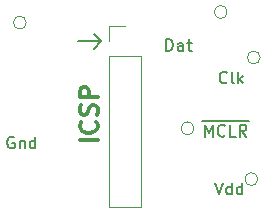
<source format=gbr>
%TF.GenerationSoftware,KiCad,Pcbnew,(6.0.1)*%
%TF.CreationDate,2023-03-20T17:22:50-07:00*%
%TF.ProjectId,ProgrammingBed,50726f67-7261-46d6-9d69-6e674265642e,rev?*%
%TF.SameCoordinates,Original*%
%TF.FileFunction,Legend,Top*%
%TF.FilePolarity,Positive*%
%FSLAX46Y46*%
G04 Gerber Fmt 4.6, Leading zero omitted, Abs format (unit mm)*
G04 Created by KiCad (PCBNEW (6.0.1)) date 2023-03-20 17:22:50*
%MOMM*%
%LPD*%
G01*
G04 APERTURE LIST*
%ADD10C,0.150000*%
%ADD11C,0.300000*%
%ADD12C,0.120000*%
G04 APERTURE END LIST*
D10*
X-2000000Y6350000D02*
X-2600000Y6950000D01*
X-2600000Y6950000D02*
X-2000000Y6350000D01*
X-4000000Y6350000D02*
X-2000000Y6350000D01*
X-2000000Y6350000D02*
X-2600000Y5750000D01*
X6523809Y-420000D02*
X7666666Y-420000D01*
X6761904Y-1702380D02*
X6761904Y-702380D01*
X7095238Y-1416666D01*
X7428571Y-702380D01*
X7428571Y-1702380D01*
X7666666Y-420000D02*
X8666666Y-420000D01*
X8476190Y-1607142D02*
X8428571Y-1654761D01*
X8285714Y-1702380D01*
X8190476Y-1702380D01*
X8047619Y-1654761D01*
X7952380Y-1559523D01*
X7904761Y-1464285D01*
X7857142Y-1273809D01*
X7857142Y-1130952D01*
X7904761Y-940476D01*
X7952380Y-845238D01*
X8047619Y-750000D01*
X8190476Y-702380D01*
X8285714Y-702380D01*
X8428571Y-750000D01*
X8476190Y-797619D01*
X8666666Y-420000D02*
X9476190Y-420000D01*
X9380952Y-1702380D02*
X8904761Y-1702380D01*
X8904761Y-702380D01*
X9476190Y-420000D02*
X10476190Y-420000D01*
X10285714Y-1702380D02*
X9952380Y-1226190D01*
X9714285Y-1702380D02*
X9714285Y-702380D01*
X10095238Y-702380D01*
X10190476Y-750000D01*
X10238095Y-797619D01*
X10285714Y-892857D01*
X10285714Y-1035714D01*
X10238095Y-1130952D01*
X10190476Y-1178571D01*
X10095238Y-1226190D01*
X9714285Y-1226190D01*
X-9392857Y-1750000D02*
X-9488095Y-1702380D01*
X-9630952Y-1702380D01*
X-9773809Y-1750000D01*
X-9869047Y-1845238D01*
X-9916666Y-1940476D01*
X-9964285Y-2130952D01*
X-9964285Y-2273809D01*
X-9916666Y-2464285D01*
X-9869047Y-2559523D01*
X-9773809Y-2654761D01*
X-9630952Y-2702380D01*
X-9535714Y-2702380D01*
X-9392857Y-2654761D01*
X-9345238Y-2607142D01*
X-9345238Y-2273809D01*
X-9535714Y-2273809D01*
X-8916666Y-2035714D02*
X-8916666Y-2702380D01*
X-8916666Y-2130952D02*
X-8869047Y-2083333D01*
X-8773809Y-2035714D01*
X-8630952Y-2035714D01*
X-8535714Y-2083333D01*
X-8488095Y-2178571D01*
X-8488095Y-2702380D01*
X-7583333Y-2702380D02*
X-7583333Y-1702380D01*
X-7583333Y-2654761D02*
X-7678571Y-2702380D01*
X-7869047Y-2702380D01*
X-7964285Y-2654761D01*
X-8011904Y-2607142D01*
X-8059523Y-2511904D01*
X-8059523Y-2226190D01*
X-8011904Y-2130952D01*
X-7964285Y-2083333D01*
X-7869047Y-2035714D01*
X-7678571Y-2035714D01*
X-7583333Y-2083333D01*
X3500000Y5547619D02*
X3500000Y6547619D01*
X3738095Y6547619D01*
X3880952Y6500000D01*
X3976190Y6404761D01*
X4023809Y6309523D01*
X4071428Y6119047D01*
X4071428Y5976190D01*
X4023809Y5785714D01*
X3976190Y5690476D01*
X3880952Y5595238D01*
X3738095Y5547619D01*
X3500000Y5547619D01*
X4928571Y5547619D02*
X4928571Y6071428D01*
X4880952Y6166666D01*
X4785714Y6214285D01*
X4595238Y6214285D01*
X4500000Y6166666D01*
X4928571Y5595238D02*
X4833333Y5547619D01*
X4595238Y5547619D01*
X4500000Y5595238D01*
X4452380Y5690476D01*
X4452380Y5785714D01*
X4500000Y5880952D01*
X4595238Y5928571D01*
X4833333Y5928571D01*
X4928571Y5976190D01*
X5261904Y6214285D02*
X5642857Y6214285D01*
X5404761Y6547619D02*
X5404761Y5690476D01*
X5452380Y5595238D01*
X5547619Y5547619D01*
X5642857Y5547619D01*
X8642857Y2892857D02*
X8595238Y2845238D01*
X8452380Y2797619D01*
X8357142Y2797619D01*
X8214285Y2845238D01*
X8119047Y2940476D01*
X8071428Y3035714D01*
X8023809Y3226190D01*
X8023809Y3369047D01*
X8071428Y3559523D01*
X8119047Y3654761D01*
X8214285Y3750000D01*
X8357142Y3797619D01*
X8452380Y3797619D01*
X8595238Y3750000D01*
X8642857Y3702380D01*
X9214285Y2797619D02*
X9119047Y2845238D01*
X9071428Y2940476D01*
X9071428Y3797619D01*
X9595238Y2797619D02*
X9595238Y3797619D01*
X9690476Y3178571D02*
X9976190Y2797619D01*
X9976190Y3464285D02*
X9595238Y3083333D01*
X7611904Y-5602380D02*
X7945238Y-6602380D01*
X8278571Y-5602380D01*
X9040476Y-6602380D02*
X9040476Y-5602380D01*
X9040476Y-6554761D02*
X8945238Y-6602380D01*
X8754761Y-6602380D01*
X8659523Y-6554761D01*
X8611904Y-6507142D01*
X8564285Y-6411904D01*
X8564285Y-6126190D01*
X8611904Y-6030952D01*
X8659523Y-5983333D01*
X8754761Y-5935714D01*
X8945238Y-5935714D01*
X9040476Y-5983333D01*
X9945238Y-6602380D02*
X9945238Y-5602380D01*
X9945238Y-6554761D02*
X9850000Y-6602380D01*
X9659523Y-6602380D01*
X9564285Y-6554761D01*
X9516666Y-6507142D01*
X9469047Y-6411904D01*
X9469047Y-6126190D01*
X9516666Y-6030952D01*
X9564285Y-5983333D01*
X9659523Y-5935714D01*
X9850000Y-5935714D01*
X9945238Y-5983333D01*
D11*
X-2321428Y-2014285D02*
X-3821428Y-2014285D01*
X-2464285Y-442857D02*
X-2392857Y-514285D01*
X-2321428Y-728571D01*
X-2321428Y-871428D01*
X-2392857Y-1085714D01*
X-2535714Y-1228571D01*
X-2678571Y-1300000D01*
X-2964285Y-1371428D01*
X-3178571Y-1371428D01*
X-3464285Y-1300000D01*
X-3607142Y-1228571D01*
X-3750000Y-1085714D01*
X-3821428Y-871428D01*
X-3821428Y-728571D01*
X-3750000Y-514285D01*
X-3678571Y-442857D01*
X-2392857Y128571D02*
X-2321428Y342857D01*
X-2321428Y699999D01*
X-2392857Y842857D01*
X-2464285Y914285D01*
X-2607142Y985714D01*
X-2750000Y985714D01*
X-2892857Y914285D01*
X-2964285Y842857D01*
X-3035714Y699999D01*
X-3107142Y414285D01*
X-3178571Y271428D01*
X-3250000Y199999D01*
X-3392857Y128571D01*
X-3535714Y128571D01*
X-3678571Y199999D01*
X-3750000Y271428D01*
X-3821428Y414285D01*
X-3821428Y771428D01*
X-3750000Y985714D01*
X-2321428Y1628571D02*
X-3821428Y1628571D01*
X-3821428Y2199999D01*
X-3750000Y2342857D01*
X-3678571Y2414285D01*
X-3535714Y2485714D01*
X-3321428Y2485714D01*
X-3178571Y2414285D01*
X-3107142Y2342857D01*
X-3035714Y2199999D01*
X-3035714Y1628571D01*
D12*
%TO.C,J1*%
X1330000Y5080000D02*
X1330000Y-7680000D01*
X-1330000Y6350000D02*
X-1330000Y7680000D01*
X-1330000Y5080000D02*
X1330000Y5080000D01*
X-1330000Y5080000D02*
X-1330000Y-7680000D01*
X-1330000Y-7680000D02*
X1330000Y-7680000D01*
X-1330000Y7680000D02*
X0Y7680000D01*
%TO.C,J5*%
X8646100Y8850000D02*
G75*
G03*
X8646100Y8850000I-546100J0D01*
G01*
%TO.C,J2*%
X5846100Y-1000000D02*
G75*
G03*
X5846100Y-1000000I-546100J0D01*
G01*
%TO.C,J3*%
X11246100Y-5300000D02*
G75*
G03*
X11246100Y-5300000I-546100J0D01*
G01*
%TO.C,J4*%
X-8353900Y7950000D02*
G75*
G03*
X-8353900Y7950000I-546100J0D01*
G01*
%TO.C,J6*%
X11446100Y5000000D02*
G75*
G03*
X11446100Y5000000I-546100J0D01*
G01*
%TD*%
M02*

</source>
